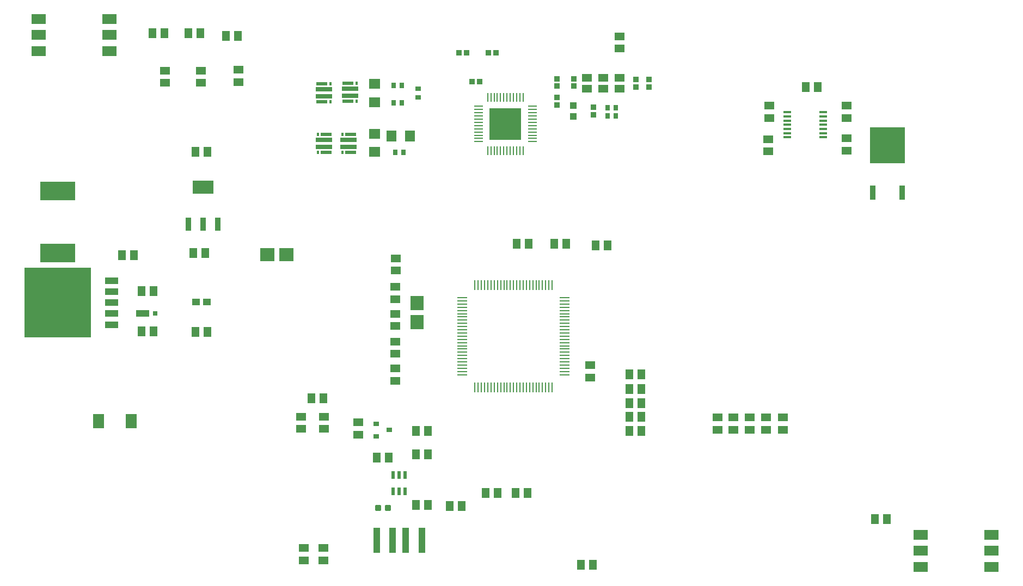
<source format=gbr>
G04 EAGLE Gerber RS-274X export*
G75*
%MOMM*%
%FSLAX34Y34*%
%LPD*%
%INSolderpaste Top*%
%IPPOS*%
%AMOC8*
5,1,8,0,0,1.08239X$1,22.5*%
G01*
%ADD10R,1.500000X1.300000*%
%ADD11R,0.900000X0.850000*%
%ADD12R,0.850000X0.900000*%
%ADD13R,0.700000X0.900000*%
%ADD14R,1.300000X1.500000*%
%ADD15R,1.000000X1.100000*%
%ADD16R,0.900000X0.700000*%
%ADD17R,1.800000X2.200000*%
%ADD18R,2.000000X1.100000*%
%ADD19R,0.800000X0.800000*%
%ADD20R,1.450000X0.250000*%
%ADD21R,0.250000X1.450000*%
%ADD22R,5.000000X5.000000*%
%ADD23R,0.950000X2.150000*%
%ADD24R,3.250000X2.150000*%
%ADD25R,10.410000X10.800000*%
%ADD26R,2.159000X1.066800*%
%ADD27R,5.400000X2.900000*%
%ADD28R,2.200000X2.000000*%
%ADD29R,2.000000X2.200000*%
%ADD30R,0.889000X2.184400*%
%ADD31R,5.461000X5.613400*%
%ADD32R,0.450000X0.520000*%
%ADD33R,2.520000X0.750000*%
%ADD34R,1.750000X0.520000*%
%ADD35R,0.900000X0.800000*%
%ADD36R,1.600000X1.803000*%
%ADD37R,1.803000X1.600000*%
%ADD38C,0.222250*%
%ADD39R,1.255000X1.106000*%
%ADD40R,2.311400X1.600200*%
%ADD41R,1.625000X0.280000*%
%ADD42R,0.280000X1.625000*%
%ADD43R,0.600000X1.150000*%
%ADD44R,1.155700X0.304800*%
%ADD45R,1.120000X4.000000*%

G36*
X846924Y739855D02*
X846924Y739855D01*
X846949Y739852D01*
X847044Y739875D01*
X847141Y739890D01*
X847162Y739902D01*
X847186Y739908D01*
X847270Y739959D01*
X847356Y740005D01*
X847373Y740023D01*
X847394Y740036D01*
X847456Y740112D01*
X847523Y740184D01*
X847533Y740206D01*
X847549Y740225D01*
X847583Y740316D01*
X847624Y740406D01*
X847626Y740430D01*
X847635Y740453D01*
X847649Y740600D01*
X847649Y760600D01*
X847645Y760624D01*
X847648Y760649D01*
X847626Y760744D01*
X847610Y760841D01*
X847598Y760862D01*
X847592Y760886D01*
X847541Y760970D01*
X847495Y761056D01*
X847477Y761073D01*
X847464Y761094D01*
X847388Y761156D01*
X847317Y761223D01*
X847294Y761233D01*
X847275Y761249D01*
X847184Y761283D01*
X847094Y761324D01*
X847070Y761326D01*
X847047Y761335D01*
X846900Y761349D01*
X826900Y761349D01*
X826876Y761345D01*
X826851Y761348D01*
X826756Y761326D01*
X826659Y761310D01*
X826638Y761298D01*
X826614Y761292D01*
X826530Y761241D01*
X826444Y761195D01*
X826427Y761177D01*
X826406Y761164D01*
X826344Y761088D01*
X826277Y761017D01*
X826267Y760994D01*
X826252Y760975D01*
X826217Y760884D01*
X826176Y760794D01*
X826174Y760770D01*
X826165Y760747D01*
X826151Y760600D01*
X826151Y740600D01*
X826155Y740576D01*
X826152Y740551D01*
X826175Y740456D01*
X826190Y740359D01*
X826202Y740338D01*
X826208Y740314D01*
X826259Y740230D01*
X826305Y740144D01*
X826323Y740127D01*
X826336Y740106D01*
X826412Y740044D01*
X826484Y739977D01*
X826506Y739967D01*
X826525Y739952D01*
X826616Y739917D01*
X826706Y739876D01*
X826730Y739874D01*
X826753Y739865D01*
X826900Y739851D01*
X846900Y739851D01*
X846924Y739855D01*
G37*
G36*
X874924Y739855D02*
X874924Y739855D01*
X874949Y739852D01*
X875044Y739875D01*
X875141Y739890D01*
X875162Y739902D01*
X875186Y739908D01*
X875270Y739959D01*
X875356Y740005D01*
X875373Y740023D01*
X875394Y740036D01*
X875456Y740112D01*
X875523Y740184D01*
X875533Y740206D01*
X875549Y740225D01*
X875583Y740316D01*
X875624Y740406D01*
X875626Y740430D01*
X875635Y740453D01*
X875649Y740600D01*
X875649Y760600D01*
X875645Y760624D01*
X875648Y760649D01*
X875626Y760744D01*
X875610Y760841D01*
X875598Y760862D01*
X875592Y760886D01*
X875541Y760970D01*
X875495Y761056D01*
X875477Y761073D01*
X875464Y761094D01*
X875388Y761156D01*
X875317Y761223D01*
X875294Y761233D01*
X875275Y761249D01*
X875184Y761283D01*
X875094Y761324D01*
X875070Y761326D01*
X875047Y761335D01*
X874900Y761349D01*
X854900Y761349D01*
X854876Y761345D01*
X854851Y761348D01*
X854756Y761326D01*
X854659Y761310D01*
X854638Y761298D01*
X854614Y761292D01*
X854530Y761241D01*
X854444Y761195D01*
X854427Y761177D01*
X854406Y761164D01*
X854344Y761088D01*
X854277Y761017D01*
X854267Y760994D01*
X854252Y760975D01*
X854217Y760884D01*
X854176Y760794D01*
X854174Y760770D01*
X854165Y760747D01*
X854151Y760600D01*
X854151Y740600D01*
X854155Y740576D01*
X854152Y740551D01*
X854175Y740456D01*
X854190Y740359D01*
X854202Y740338D01*
X854208Y740314D01*
X854259Y740230D01*
X854305Y740144D01*
X854323Y740127D01*
X854336Y740106D01*
X854412Y740044D01*
X854484Y739977D01*
X854506Y739967D01*
X854525Y739952D01*
X854616Y739917D01*
X854706Y739876D01*
X854730Y739874D01*
X854753Y739865D01*
X854900Y739851D01*
X874900Y739851D01*
X874924Y739855D01*
G37*
G36*
X874924Y711855D02*
X874924Y711855D01*
X874949Y711852D01*
X875044Y711875D01*
X875141Y711890D01*
X875162Y711902D01*
X875186Y711908D01*
X875270Y711959D01*
X875356Y712005D01*
X875373Y712023D01*
X875394Y712036D01*
X875456Y712112D01*
X875523Y712184D01*
X875533Y712206D01*
X875549Y712225D01*
X875583Y712316D01*
X875624Y712406D01*
X875626Y712430D01*
X875635Y712453D01*
X875649Y712600D01*
X875649Y732600D01*
X875645Y732624D01*
X875648Y732649D01*
X875626Y732744D01*
X875610Y732841D01*
X875598Y732862D01*
X875592Y732886D01*
X875541Y732970D01*
X875495Y733056D01*
X875477Y733073D01*
X875464Y733094D01*
X875388Y733156D01*
X875317Y733223D01*
X875294Y733233D01*
X875275Y733249D01*
X875184Y733283D01*
X875094Y733324D01*
X875070Y733326D01*
X875047Y733335D01*
X874900Y733349D01*
X854900Y733349D01*
X854876Y733345D01*
X854851Y733348D01*
X854756Y733326D01*
X854659Y733310D01*
X854638Y733298D01*
X854614Y733292D01*
X854530Y733241D01*
X854444Y733195D01*
X854427Y733177D01*
X854406Y733164D01*
X854344Y733088D01*
X854277Y733017D01*
X854267Y732994D01*
X854252Y732975D01*
X854217Y732884D01*
X854176Y732794D01*
X854174Y732770D01*
X854165Y732747D01*
X854151Y732600D01*
X854151Y712600D01*
X854155Y712576D01*
X854152Y712551D01*
X854175Y712456D01*
X854190Y712359D01*
X854202Y712338D01*
X854208Y712314D01*
X854259Y712230D01*
X854305Y712144D01*
X854323Y712127D01*
X854336Y712106D01*
X854412Y712044D01*
X854484Y711977D01*
X854506Y711967D01*
X854525Y711952D01*
X854616Y711917D01*
X854706Y711876D01*
X854730Y711874D01*
X854753Y711865D01*
X854900Y711851D01*
X874900Y711851D01*
X874924Y711855D01*
G37*
G36*
X846924Y711855D02*
X846924Y711855D01*
X846949Y711852D01*
X847044Y711875D01*
X847141Y711890D01*
X847162Y711902D01*
X847186Y711908D01*
X847270Y711959D01*
X847356Y712005D01*
X847373Y712023D01*
X847394Y712036D01*
X847456Y712112D01*
X847523Y712184D01*
X847533Y712206D01*
X847549Y712225D01*
X847583Y712316D01*
X847624Y712406D01*
X847626Y712430D01*
X847635Y712453D01*
X847649Y712600D01*
X847649Y732600D01*
X847645Y732624D01*
X847648Y732649D01*
X847626Y732744D01*
X847610Y732841D01*
X847598Y732862D01*
X847592Y732886D01*
X847541Y732970D01*
X847495Y733056D01*
X847477Y733073D01*
X847464Y733094D01*
X847388Y733156D01*
X847317Y733223D01*
X847294Y733233D01*
X847275Y733249D01*
X847184Y733283D01*
X847094Y733324D01*
X847070Y733326D01*
X847047Y733335D01*
X846900Y733349D01*
X826900Y733349D01*
X826876Y733345D01*
X826851Y733348D01*
X826756Y733326D01*
X826659Y733310D01*
X826638Y733298D01*
X826614Y733292D01*
X826530Y733241D01*
X826444Y733195D01*
X826427Y733177D01*
X826406Y733164D01*
X826344Y733088D01*
X826277Y733017D01*
X826267Y732994D01*
X826252Y732975D01*
X826217Y732884D01*
X826176Y732794D01*
X826174Y732770D01*
X826165Y732747D01*
X826151Y732600D01*
X826151Y712600D01*
X826155Y712576D01*
X826152Y712551D01*
X826175Y712456D01*
X826190Y712359D01*
X826202Y712338D01*
X826208Y712314D01*
X826259Y712230D01*
X826305Y712144D01*
X826323Y712127D01*
X826336Y712106D01*
X826412Y712044D01*
X826484Y711977D01*
X826506Y711967D01*
X826525Y711952D01*
X826616Y711917D01*
X826706Y711876D01*
X826730Y711874D01*
X826753Y711865D01*
X826900Y711851D01*
X846900Y711851D01*
X846924Y711855D01*
G37*
D10*
X1028700Y791600D03*
X1028700Y808600D03*
D11*
X930910Y777960D03*
X930910Y766360D03*
X957580Y795570D03*
X957580Y807170D03*
X1054100Y794300D03*
X1054100Y805900D03*
D12*
X824780Y847090D03*
X836380Y847090D03*
X799380Y802640D03*
X810980Y802640D03*
X779060Y847090D03*
X790660Y847090D03*
D11*
X930910Y807170D03*
X930910Y795570D03*
D13*
X1009500Y762000D03*
X1022500Y762000D03*
D14*
X782930Y142240D03*
X763930Y142240D03*
D10*
X1003300Y791600D03*
X1003300Y808600D03*
D14*
X650900Y217170D03*
X669900Y217170D03*
D10*
X537210Y76810D03*
X537210Y57810D03*
D14*
X301650Y877570D03*
X320650Y877570D03*
X357530Y877570D03*
X376530Y877570D03*
X415950Y873760D03*
X434950Y873760D03*
X387960Y693420D03*
X368960Y693420D03*
X384150Y535940D03*
X365150Y535940D03*
X387960Y412750D03*
X368960Y412750D03*
X285140Y414020D03*
X304140Y414020D03*
D15*
X956310Y748420D03*
X956310Y765420D03*
D14*
X273660Y532130D03*
X254660Y532130D03*
X1317650Y793750D03*
X1336650Y793750D03*
X866800Y162560D03*
X885800Y162560D03*
X838810Y162560D03*
X819810Y162560D03*
D10*
X679450Y464210D03*
X679450Y483210D03*
X982980Y361290D03*
X982980Y342290D03*
D14*
X991260Y547370D03*
X1010260Y547370D03*
X887070Y549910D03*
X868070Y549910D03*
D10*
X680720Y508660D03*
X680720Y527660D03*
D11*
X988060Y762720D03*
X988060Y751120D03*
D10*
X679450Y422300D03*
X679450Y441300D03*
X568960Y262280D03*
X568960Y281280D03*
X533400Y262280D03*
X533400Y281280D03*
X977900Y791600D03*
X977900Y808600D03*
D11*
X1074420Y794300D03*
X1074420Y805900D03*
D16*
X715010Y778360D03*
X715010Y791360D03*
D14*
X1425600Y121920D03*
X1444600Y121920D03*
X968400Y50800D03*
X987400Y50800D03*
D17*
X218340Y274320D03*
X269340Y274320D03*
D18*
X287140Y441960D03*
D19*
X306140Y441960D03*
D20*
X809150Y764100D03*
X809150Y759100D03*
X809150Y754100D03*
X809150Y749100D03*
X809150Y744100D03*
X809150Y739100D03*
X809150Y734100D03*
X809150Y729100D03*
X809150Y724100D03*
X809150Y719100D03*
X809150Y714100D03*
X809150Y709100D03*
D21*
X823400Y694850D03*
X828400Y694850D03*
X833400Y694850D03*
X838400Y694850D03*
X843400Y694850D03*
X848400Y694850D03*
X853400Y694850D03*
X858400Y694850D03*
X863400Y694850D03*
X868400Y694850D03*
X873400Y694850D03*
X878400Y694850D03*
D20*
X892650Y709100D03*
X892650Y714100D03*
X892650Y719100D03*
X892650Y724100D03*
X892650Y729100D03*
X892650Y734100D03*
X892650Y739100D03*
X892650Y744100D03*
X892650Y749100D03*
X892650Y754100D03*
X892650Y759100D03*
X892650Y764100D03*
D21*
X878400Y778350D03*
X873400Y778350D03*
X868400Y778350D03*
X863400Y778350D03*
X858400Y778350D03*
X853400Y778350D03*
X848400Y778350D03*
X843400Y778350D03*
X838400Y778350D03*
X833400Y778350D03*
X828400Y778350D03*
X823400Y778350D03*
D22*
X850900Y736600D03*
D23*
X358000Y580600D03*
X381000Y580600D03*
X404000Y580600D03*
D24*
X381000Y638600D03*
D25*
X154940Y458470D03*
D26*
X238252Y424434D03*
X238252Y441452D03*
X238252Y458470D03*
X238252Y475488D03*
X238252Y492506D03*
D27*
X154940Y632700D03*
X154940Y535700D03*
D28*
X480300Y533400D03*
X510300Y533400D03*
D29*
X713740Y458230D03*
X713740Y428230D03*
D30*
X1422360Y629793D03*
X1468160Y629793D03*
D31*
X1445260Y703072D03*
D32*
X597310Y692220D03*
D33*
X607060Y711620D03*
X607060Y700620D03*
D34*
X610310Y692220D03*
X610310Y720020D03*
D32*
X597310Y720020D03*
X559210Y692220D03*
D33*
X568960Y711620D03*
X568960Y700620D03*
D34*
X572210Y692220D03*
X572210Y720020D03*
D32*
X559210Y720020D03*
X619350Y800030D03*
D33*
X609600Y780630D03*
X609600Y791630D03*
D34*
X606350Y800030D03*
X606350Y772230D03*
D32*
X619350Y772230D03*
X578710Y798760D03*
D33*
X568960Y779360D03*
X568960Y790360D03*
D34*
X565710Y798760D03*
X565710Y770960D03*
D32*
X578710Y770960D03*
D35*
X650400Y269850D03*
X650400Y250850D03*
X670400Y260350D03*
D36*
X674120Y717550D03*
X702560Y717550D03*
D37*
X647700Y799080D03*
X647700Y770640D03*
D10*
X622300Y272390D03*
X622300Y253390D03*
D14*
X730860Y259080D03*
X711860Y259080D03*
D10*
X567690Y57810D03*
X567690Y76810D03*
X321310Y800760D03*
X321310Y819760D03*
X377190Y800760D03*
X377190Y819760D03*
X435610Y802030D03*
X435610Y821030D03*
D14*
X285140Y476250D03*
X304140Y476250D03*
D10*
X679450Y398120D03*
X679450Y379120D03*
D37*
X647700Y693170D03*
X647700Y721610D03*
D10*
X1381760Y695350D03*
X1381760Y714350D03*
X1259840Y713080D03*
X1259840Y694080D03*
X1261110Y746150D03*
X1261110Y765150D03*
X1381760Y746150D03*
X1381760Y765150D03*
X679450Y356210D03*
X679450Y337210D03*
D14*
X549300Y309880D03*
X568300Y309880D03*
X1062330Y346710D03*
X1043330Y346710D03*
D10*
X1282700Y280010D03*
X1282700Y261010D03*
D14*
X1062330Y323850D03*
X1043330Y323850D03*
D10*
X1256030Y280010D03*
X1256030Y261010D03*
D13*
X1009500Y749300D03*
X1022500Y749300D03*
D14*
X1062330Y302260D03*
X1043330Y302260D03*
D10*
X1230630Y280010D03*
X1230630Y261010D03*
D14*
X1062330Y280670D03*
X1043330Y280670D03*
D10*
X1205230Y280010D03*
X1205230Y261010D03*
D14*
X1062330Y259080D03*
X1043330Y259080D03*
D10*
X1181100Y280010D03*
X1181100Y261010D03*
X1028700Y873100D03*
X1028700Y854100D03*
D14*
X926490Y549910D03*
X945490Y549910D03*
D13*
X676760Y796290D03*
X689760Y796290D03*
X679300Y692150D03*
X692300Y692150D03*
X689760Y769620D03*
X676760Y769620D03*
D14*
X730860Y222250D03*
X711860Y222250D03*
X730860Y143510D03*
X711860Y143510D03*
D38*
X671354Y143034D02*
X664686Y143034D01*
X671354Y143034D02*
X671354Y136366D01*
X664686Y136366D01*
X664686Y143034D01*
X664686Y138478D02*
X671354Y138478D01*
X671354Y140590D02*
X664686Y140590D01*
X664686Y142702D02*
X671354Y142702D01*
X656114Y143034D02*
X649446Y143034D01*
X656114Y143034D02*
X656114Y136366D01*
X649446Y136366D01*
X649446Y143034D01*
X649446Y138478D02*
X656114Y138478D01*
X656114Y140590D02*
X649446Y140590D01*
X649446Y142702D02*
X656114Y142702D01*
D39*
X370200Y459740D03*
X386720Y459740D03*
D40*
X235340Y850030D03*
X235340Y875030D03*
X235340Y900030D03*
X125340Y900030D03*
X125340Y875030D03*
X125340Y850030D03*
X1606940Y47390D03*
X1606940Y72390D03*
X1606940Y97390D03*
X1496940Y97390D03*
X1496940Y72390D03*
X1496940Y47390D03*
D41*
X783975Y466400D03*
X783975Y461400D03*
X783975Y456400D03*
X783975Y451400D03*
X783975Y446400D03*
X783975Y441400D03*
X783975Y436400D03*
X783975Y431400D03*
X783975Y426400D03*
X783975Y421400D03*
X783975Y416400D03*
X783975Y411400D03*
X783975Y406400D03*
X783975Y401400D03*
X783975Y396400D03*
X783975Y391400D03*
X783975Y386400D03*
X783975Y381400D03*
X783975Y376400D03*
X783975Y371400D03*
X783975Y366400D03*
X783975Y361400D03*
X783975Y356400D03*
X783975Y351400D03*
X783975Y346400D03*
D42*
X803600Y326775D03*
X808600Y326775D03*
X813600Y326775D03*
X818600Y326775D03*
X823600Y326775D03*
X828600Y326775D03*
X833600Y326775D03*
X838600Y326775D03*
X843600Y326775D03*
X848600Y326775D03*
X853600Y326775D03*
X858600Y326775D03*
X863600Y326775D03*
X868600Y326775D03*
X873600Y326775D03*
X878600Y326775D03*
X883600Y326775D03*
X888600Y326775D03*
X893600Y326775D03*
X898600Y326775D03*
X903600Y326775D03*
X908600Y326775D03*
X913600Y326775D03*
X918600Y326775D03*
X923600Y326775D03*
D41*
X943225Y346400D03*
X943225Y351400D03*
X943225Y356400D03*
X943225Y361400D03*
X943225Y366400D03*
X943225Y371400D03*
X943225Y376400D03*
X943225Y381400D03*
X943225Y386400D03*
X943225Y391400D03*
X943225Y396400D03*
X943225Y401400D03*
X943225Y406400D03*
X943225Y411400D03*
X943225Y416400D03*
X943225Y421400D03*
X943225Y426400D03*
X943225Y431400D03*
X943225Y436400D03*
X943225Y441400D03*
X943225Y446400D03*
X943225Y451400D03*
X943225Y456400D03*
X943225Y461400D03*
X943225Y466400D03*
D42*
X923600Y486025D03*
X918600Y486025D03*
X913600Y486025D03*
X908600Y486025D03*
X903600Y486025D03*
X898600Y486025D03*
X893600Y486025D03*
X888600Y486025D03*
X883600Y486025D03*
X878600Y486025D03*
X873600Y486025D03*
X868600Y486025D03*
X863600Y486025D03*
X858600Y486025D03*
X853600Y486025D03*
X848600Y486025D03*
X843600Y486025D03*
X838600Y486025D03*
X833600Y486025D03*
X828600Y486025D03*
X823600Y486025D03*
X818600Y486025D03*
X813600Y486025D03*
X808600Y486025D03*
X803600Y486025D03*
D43*
X695300Y190800D03*
X685800Y190800D03*
X676300Y190800D03*
X676300Y164800D03*
X685800Y164800D03*
X695300Y164800D03*
D44*
X1289241Y754830D03*
X1289241Y748330D03*
X1289241Y741830D03*
X1289241Y735330D03*
X1289241Y728830D03*
X1289241Y722330D03*
X1289241Y715830D03*
X1344740Y715830D03*
X1344740Y722330D03*
X1344740Y728830D03*
X1344740Y735330D03*
X1344740Y741830D03*
X1344740Y748330D03*
X1344740Y754830D03*
D45*
X675800Y89200D03*
X695800Y89200D03*
X650800Y89200D03*
X720800Y89200D03*
M02*

</source>
